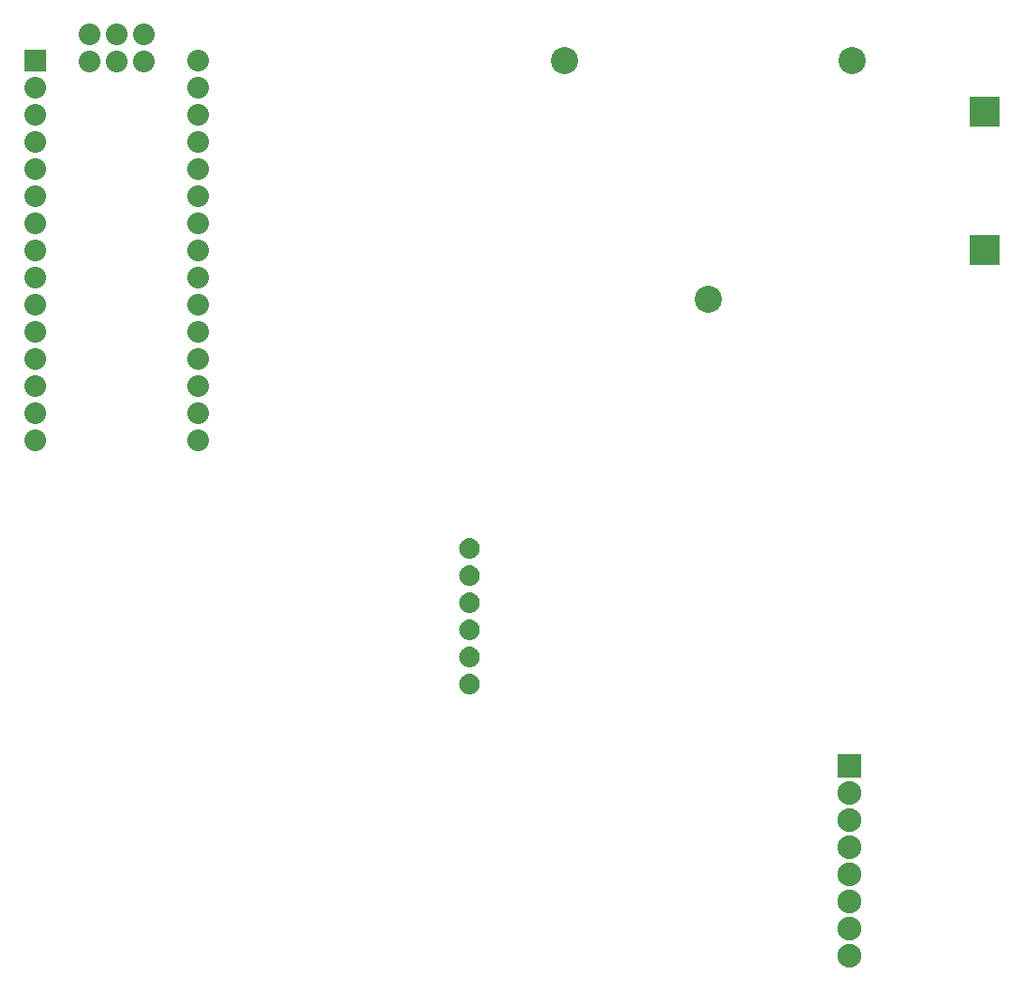
<source format=gts>
G04 MADE WITH FRITZING*
G04 WWW.FRITZING.ORG*
G04 DOUBLE SIDED*
G04 HOLES PLATED*
G04 CONTOUR ON CENTER OF CONTOUR VECTOR*
%ASAXBY*%
%FSLAX23Y23*%
%MOIN*%
%OFA0B0*%
%SFA1.0B1.0*%
%ADD10C,0.080000*%
%ADD11C,0.110000*%
%ADD12C,0.100000*%
%ADD13C,0.088000*%
%ADD14R,0.079958X0.080000*%
%ADD15R,0.088000X0.088000*%
%ADD16R,0.001000X0.001000*%
%LNMASK1*%
G90*
G70*
G54D10*
X343Y3442D03*
X343Y3342D03*
X343Y3242D03*
X343Y3142D03*
X343Y3042D03*
X343Y2942D03*
X343Y2842D03*
X343Y2742D03*
X343Y2642D03*
X343Y2542D03*
X343Y2442D03*
X343Y2342D03*
X343Y2242D03*
X343Y2142D03*
X343Y2042D03*
X943Y3442D03*
X943Y3342D03*
X943Y3242D03*
X943Y3142D03*
X943Y3042D03*
X943Y2942D03*
X943Y2842D03*
X943Y2742D03*
X943Y2642D03*
X943Y2542D03*
X943Y2442D03*
X943Y2342D03*
X943Y2242D03*
X943Y2142D03*
X943Y2042D03*
X544Y3537D03*
X544Y3437D03*
X644Y3537D03*
X644Y3437D03*
X744Y3537D03*
X744Y3437D03*
G54D11*
X3843Y3252D03*
X3843Y2742D03*
G54D12*
X2823Y2562D03*
X2293Y3442D03*
X3353Y3442D03*
G54D11*
X3843Y3252D03*
X3843Y2742D03*
G54D12*
X2823Y2562D03*
X2293Y3442D03*
X3353Y3442D03*
G54D13*
X3343Y842D03*
X3343Y742D03*
X3343Y642D03*
X3343Y542D03*
X3343Y442D03*
X3343Y342D03*
X3343Y242D03*
X3343Y142D03*
G54D14*
X343Y3442D03*
G54D15*
X3343Y842D03*
G54D16*
X3789Y3307D02*
X3897Y3307D01*
X3788Y3306D02*
X3897Y3306D01*
X3788Y3305D02*
X3897Y3305D01*
X3788Y3304D02*
X3897Y3304D01*
X3788Y3303D02*
X3897Y3303D01*
X3788Y3302D02*
X3897Y3302D01*
X3788Y3301D02*
X3897Y3301D01*
X3788Y3300D02*
X3897Y3300D01*
X3788Y3299D02*
X3897Y3299D01*
X3788Y3298D02*
X3897Y3298D01*
X3788Y3297D02*
X3897Y3297D01*
X3788Y3296D02*
X3897Y3296D01*
X3788Y3295D02*
X3897Y3295D01*
X3788Y3294D02*
X3897Y3294D01*
X3788Y3293D02*
X3897Y3293D01*
X3788Y3292D02*
X3897Y3292D01*
X3788Y3291D02*
X3897Y3291D01*
X3788Y3290D02*
X3897Y3290D01*
X3788Y3289D02*
X3897Y3289D01*
X3788Y3288D02*
X3897Y3288D01*
X3788Y3287D02*
X3842Y3287D01*
X3844Y3287D02*
X3897Y3287D01*
X3788Y3286D02*
X3834Y3286D01*
X3852Y3286D02*
X3897Y3286D01*
X3788Y3285D02*
X3831Y3285D01*
X3855Y3285D02*
X3897Y3285D01*
X3788Y3284D02*
X3828Y3284D01*
X3858Y3284D02*
X3897Y3284D01*
X3788Y3283D02*
X3826Y3283D01*
X3860Y3283D02*
X3897Y3283D01*
X3788Y3282D02*
X3824Y3282D01*
X3862Y3282D02*
X3897Y3282D01*
X3788Y3281D02*
X3823Y3281D01*
X3863Y3281D02*
X3897Y3281D01*
X3788Y3280D02*
X3821Y3280D01*
X3864Y3280D02*
X3897Y3280D01*
X3788Y3279D02*
X3820Y3279D01*
X3866Y3279D02*
X3897Y3279D01*
X3788Y3278D02*
X3819Y3278D01*
X3867Y3278D02*
X3897Y3278D01*
X3788Y3277D02*
X3818Y3277D01*
X3868Y3277D02*
X3897Y3277D01*
X3788Y3276D02*
X3817Y3276D01*
X3869Y3276D02*
X3897Y3276D01*
X3788Y3275D02*
X3816Y3275D01*
X3870Y3275D02*
X3897Y3275D01*
X3788Y3274D02*
X3815Y3274D01*
X3871Y3274D02*
X3897Y3274D01*
X3788Y3273D02*
X3814Y3273D01*
X3871Y3273D02*
X3897Y3273D01*
X3788Y3272D02*
X3814Y3272D01*
X3872Y3272D02*
X3897Y3272D01*
X3788Y3271D02*
X3813Y3271D01*
X3873Y3271D02*
X3897Y3271D01*
X3788Y3270D02*
X3812Y3270D01*
X3873Y3270D02*
X3897Y3270D01*
X3788Y3269D02*
X3812Y3269D01*
X3874Y3269D02*
X3897Y3269D01*
X3788Y3268D02*
X3811Y3268D01*
X3875Y3268D02*
X3897Y3268D01*
X3788Y3267D02*
X3811Y3267D01*
X3875Y3267D02*
X3897Y3267D01*
X3788Y3266D02*
X3810Y3266D01*
X3876Y3266D02*
X3897Y3266D01*
X3788Y3265D02*
X3810Y3265D01*
X3876Y3265D02*
X3897Y3265D01*
X3788Y3264D02*
X3809Y3264D01*
X3876Y3264D02*
X3897Y3264D01*
X3788Y3263D02*
X3809Y3263D01*
X3877Y3263D02*
X3897Y3263D01*
X3788Y3262D02*
X3809Y3262D01*
X3877Y3262D02*
X3897Y3262D01*
X3788Y3261D02*
X3809Y3261D01*
X3877Y3261D02*
X3897Y3261D01*
X3788Y3260D02*
X3808Y3260D01*
X3878Y3260D02*
X3897Y3260D01*
X3788Y3259D02*
X3808Y3259D01*
X3878Y3259D02*
X3897Y3259D01*
X3788Y3258D02*
X3808Y3258D01*
X3878Y3258D02*
X3897Y3258D01*
X3788Y3257D02*
X3808Y3257D01*
X3878Y3257D02*
X3897Y3257D01*
X3788Y3256D02*
X3808Y3256D01*
X3878Y3256D02*
X3897Y3256D01*
X3788Y3255D02*
X3808Y3255D01*
X3878Y3255D02*
X3897Y3255D01*
X3788Y3254D02*
X3808Y3254D01*
X3878Y3254D02*
X3897Y3254D01*
X3788Y3253D02*
X3807Y3253D01*
X3878Y3253D02*
X3897Y3253D01*
X3788Y3252D02*
X3807Y3252D01*
X3878Y3252D02*
X3897Y3252D01*
X3788Y3251D02*
X3807Y3251D01*
X3878Y3251D02*
X3897Y3251D01*
X3788Y3250D02*
X3808Y3250D01*
X3878Y3250D02*
X3897Y3250D01*
X3788Y3249D02*
X3808Y3249D01*
X3878Y3249D02*
X3897Y3249D01*
X3788Y3248D02*
X3808Y3248D01*
X3878Y3248D02*
X3897Y3248D01*
X3788Y3247D02*
X3808Y3247D01*
X3878Y3247D02*
X3897Y3247D01*
X3788Y3246D02*
X3808Y3246D01*
X3878Y3246D02*
X3897Y3246D01*
X3788Y3245D02*
X3808Y3245D01*
X3878Y3245D02*
X3897Y3245D01*
X3788Y3244D02*
X3808Y3244D01*
X3878Y3244D02*
X3897Y3244D01*
X3788Y3243D02*
X3809Y3243D01*
X3877Y3243D02*
X3897Y3243D01*
X3788Y3242D02*
X3809Y3242D01*
X3877Y3242D02*
X3897Y3242D01*
X3788Y3241D02*
X3809Y3241D01*
X3877Y3241D02*
X3897Y3241D01*
X3788Y3240D02*
X3809Y3240D01*
X3876Y3240D02*
X3897Y3240D01*
X3788Y3239D02*
X3810Y3239D01*
X3876Y3239D02*
X3897Y3239D01*
X3788Y3238D02*
X3810Y3238D01*
X3876Y3238D02*
X3897Y3238D01*
X3788Y3237D02*
X3811Y3237D01*
X3875Y3237D02*
X3897Y3237D01*
X3788Y3236D02*
X3811Y3236D01*
X3875Y3236D02*
X3897Y3236D01*
X3788Y3235D02*
X3812Y3235D01*
X3874Y3235D02*
X3897Y3235D01*
X3788Y3234D02*
X3812Y3234D01*
X3873Y3234D02*
X3897Y3234D01*
X3788Y3233D02*
X3813Y3233D01*
X3873Y3233D02*
X3897Y3233D01*
X3788Y3232D02*
X3814Y3232D01*
X3872Y3232D02*
X3897Y3232D01*
X3788Y3231D02*
X3814Y3231D01*
X3871Y3231D02*
X3897Y3231D01*
X3788Y3230D02*
X3815Y3230D01*
X3871Y3230D02*
X3897Y3230D01*
X3788Y3229D02*
X3816Y3229D01*
X3870Y3229D02*
X3897Y3229D01*
X3788Y3228D02*
X3817Y3228D01*
X3869Y3228D02*
X3897Y3228D01*
X3788Y3227D02*
X3818Y3227D01*
X3868Y3227D02*
X3897Y3227D01*
X3788Y3226D02*
X3819Y3226D01*
X3867Y3226D02*
X3897Y3226D01*
X3788Y3225D02*
X3820Y3225D01*
X3866Y3225D02*
X3897Y3225D01*
X3788Y3224D02*
X3821Y3224D01*
X3864Y3224D02*
X3897Y3224D01*
X3788Y3223D02*
X3823Y3223D01*
X3863Y3223D02*
X3897Y3223D01*
X3788Y3222D02*
X3824Y3222D01*
X3861Y3222D02*
X3897Y3222D01*
X3788Y3221D02*
X3826Y3221D01*
X3860Y3221D02*
X3897Y3221D01*
X3788Y3220D02*
X3828Y3220D01*
X3858Y3220D02*
X3897Y3220D01*
X3788Y3219D02*
X3831Y3219D01*
X3855Y3219D02*
X3897Y3219D01*
X3788Y3218D02*
X3834Y3218D01*
X3852Y3218D02*
X3897Y3218D01*
X3788Y3217D02*
X3897Y3217D01*
X3788Y3216D02*
X3897Y3216D01*
X3788Y3215D02*
X3897Y3215D01*
X3788Y3214D02*
X3897Y3214D01*
X3788Y3213D02*
X3897Y3213D01*
X3788Y3212D02*
X3897Y3212D01*
X3788Y3211D02*
X3897Y3211D01*
X3788Y3210D02*
X3897Y3210D01*
X3788Y3209D02*
X3897Y3209D01*
X3788Y3208D02*
X3897Y3208D01*
X3788Y3207D02*
X3897Y3207D01*
X3788Y3206D02*
X3897Y3206D01*
X3788Y3205D02*
X3897Y3205D01*
X3788Y3204D02*
X3897Y3204D01*
X3788Y3203D02*
X3897Y3203D01*
X3788Y3202D02*
X3897Y3202D01*
X3788Y3201D02*
X3897Y3201D01*
X3788Y3200D02*
X3897Y3200D01*
X3788Y3199D02*
X3897Y3199D01*
X3788Y3198D02*
X3897Y3198D01*
X3789Y2797D02*
X3897Y2797D01*
X3788Y2796D02*
X3897Y2796D01*
X3788Y2795D02*
X3897Y2795D01*
X3788Y2794D02*
X3897Y2794D01*
X3788Y2793D02*
X3897Y2793D01*
X3788Y2792D02*
X3897Y2792D01*
X3788Y2791D02*
X3897Y2791D01*
X3788Y2790D02*
X3897Y2790D01*
X3788Y2789D02*
X3897Y2789D01*
X3788Y2788D02*
X3897Y2788D01*
X3788Y2787D02*
X3897Y2787D01*
X3788Y2786D02*
X3897Y2786D01*
X3788Y2785D02*
X3897Y2785D01*
X3788Y2784D02*
X3897Y2784D01*
X3788Y2783D02*
X3897Y2783D01*
X3788Y2782D02*
X3897Y2782D01*
X3788Y2781D02*
X3897Y2781D01*
X3788Y2780D02*
X3897Y2780D01*
X3788Y2779D02*
X3897Y2779D01*
X3788Y2778D02*
X3897Y2778D01*
X3788Y2777D02*
X3842Y2777D01*
X3844Y2777D02*
X3897Y2777D01*
X3788Y2776D02*
X3834Y2776D01*
X3852Y2776D02*
X3897Y2776D01*
X3788Y2775D02*
X3831Y2775D01*
X3855Y2775D02*
X3897Y2775D01*
X3788Y2774D02*
X3828Y2774D01*
X3858Y2774D02*
X3897Y2774D01*
X3788Y2773D02*
X3826Y2773D01*
X3860Y2773D02*
X3897Y2773D01*
X3788Y2772D02*
X3824Y2772D01*
X3862Y2772D02*
X3897Y2772D01*
X3788Y2771D02*
X3823Y2771D01*
X3863Y2771D02*
X3897Y2771D01*
X3788Y2770D02*
X3821Y2770D01*
X3864Y2770D02*
X3897Y2770D01*
X3788Y2769D02*
X3820Y2769D01*
X3866Y2769D02*
X3897Y2769D01*
X3788Y2768D02*
X3819Y2768D01*
X3867Y2768D02*
X3897Y2768D01*
X3788Y2767D02*
X3818Y2767D01*
X3868Y2767D02*
X3897Y2767D01*
X3788Y2766D02*
X3817Y2766D01*
X3869Y2766D02*
X3897Y2766D01*
X3788Y2765D02*
X3816Y2765D01*
X3870Y2765D02*
X3897Y2765D01*
X3788Y2764D02*
X3815Y2764D01*
X3871Y2764D02*
X3897Y2764D01*
X3788Y2763D02*
X3814Y2763D01*
X3871Y2763D02*
X3897Y2763D01*
X3788Y2762D02*
X3814Y2762D01*
X3872Y2762D02*
X3897Y2762D01*
X3788Y2761D02*
X3813Y2761D01*
X3873Y2761D02*
X3897Y2761D01*
X3788Y2760D02*
X3812Y2760D01*
X3873Y2760D02*
X3897Y2760D01*
X3788Y2759D02*
X3812Y2759D01*
X3874Y2759D02*
X3897Y2759D01*
X3788Y2758D02*
X3811Y2758D01*
X3875Y2758D02*
X3897Y2758D01*
X3788Y2757D02*
X3811Y2757D01*
X3875Y2757D02*
X3897Y2757D01*
X3788Y2756D02*
X3810Y2756D01*
X3876Y2756D02*
X3897Y2756D01*
X3788Y2755D02*
X3810Y2755D01*
X3876Y2755D02*
X3897Y2755D01*
X3788Y2754D02*
X3809Y2754D01*
X3876Y2754D02*
X3897Y2754D01*
X3788Y2753D02*
X3809Y2753D01*
X3877Y2753D02*
X3897Y2753D01*
X3788Y2752D02*
X3809Y2752D01*
X3877Y2752D02*
X3897Y2752D01*
X3788Y2751D02*
X3809Y2751D01*
X3877Y2751D02*
X3897Y2751D01*
X3788Y2750D02*
X3808Y2750D01*
X3878Y2750D02*
X3897Y2750D01*
X3788Y2749D02*
X3808Y2749D01*
X3878Y2749D02*
X3897Y2749D01*
X3788Y2748D02*
X3808Y2748D01*
X3878Y2748D02*
X3897Y2748D01*
X3788Y2747D02*
X3808Y2747D01*
X3878Y2747D02*
X3897Y2747D01*
X3788Y2746D02*
X3808Y2746D01*
X3878Y2746D02*
X3897Y2746D01*
X3788Y2745D02*
X3808Y2745D01*
X3878Y2745D02*
X3897Y2745D01*
X3788Y2744D02*
X3808Y2744D01*
X3878Y2744D02*
X3897Y2744D01*
X3788Y2743D02*
X3807Y2743D01*
X3878Y2743D02*
X3897Y2743D01*
X3788Y2742D02*
X3807Y2742D01*
X3878Y2742D02*
X3897Y2742D01*
X3788Y2741D02*
X3807Y2741D01*
X3878Y2741D02*
X3897Y2741D01*
X3788Y2740D02*
X3808Y2740D01*
X3878Y2740D02*
X3897Y2740D01*
X3788Y2739D02*
X3808Y2739D01*
X3878Y2739D02*
X3897Y2739D01*
X3788Y2738D02*
X3808Y2738D01*
X3878Y2738D02*
X3897Y2738D01*
X3788Y2737D02*
X3808Y2737D01*
X3878Y2737D02*
X3897Y2737D01*
X3788Y2736D02*
X3808Y2736D01*
X3878Y2736D02*
X3897Y2736D01*
X3788Y2735D02*
X3808Y2735D01*
X3878Y2735D02*
X3897Y2735D01*
X3788Y2734D02*
X3808Y2734D01*
X3878Y2734D02*
X3897Y2734D01*
X3788Y2733D02*
X3809Y2733D01*
X3877Y2733D02*
X3897Y2733D01*
X3788Y2732D02*
X3809Y2732D01*
X3877Y2732D02*
X3897Y2732D01*
X3788Y2731D02*
X3809Y2731D01*
X3877Y2731D02*
X3897Y2731D01*
X3788Y2730D02*
X3809Y2730D01*
X3876Y2730D02*
X3897Y2730D01*
X3788Y2729D02*
X3810Y2729D01*
X3876Y2729D02*
X3897Y2729D01*
X3788Y2728D02*
X3810Y2728D01*
X3876Y2728D02*
X3897Y2728D01*
X3788Y2727D02*
X3811Y2727D01*
X3875Y2727D02*
X3897Y2727D01*
X3788Y2726D02*
X3811Y2726D01*
X3875Y2726D02*
X3897Y2726D01*
X3788Y2725D02*
X3812Y2725D01*
X3874Y2725D02*
X3897Y2725D01*
X3788Y2724D02*
X3812Y2724D01*
X3873Y2724D02*
X3897Y2724D01*
X3788Y2723D02*
X3813Y2723D01*
X3873Y2723D02*
X3897Y2723D01*
X3788Y2722D02*
X3814Y2722D01*
X3872Y2722D02*
X3897Y2722D01*
X3788Y2721D02*
X3814Y2721D01*
X3871Y2721D02*
X3897Y2721D01*
X3788Y2720D02*
X3815Y2720D01*
X3871Y2720D02*
X3897Y2720D01*
X3788Y2719D02*
X3816Y2719D01*
X3870Y2719D02*
X3897Y2719D01*
X3788Y2718D02*
X3817Y2718D01*
X3869Y2718D02*
X3897Y2718D01*
X3788Y2717D02*
X3818Y2717D01*
X3868Y2717D02*
X3897Y2717D01*
X3788Y2716D02*
X3819Y2716D01*
X3867Y2716D02*
X3897Y2716D01*
X3788Y2715D02*
X3820Y2715D01*
X3866Y2715D02*
X3897Y2715D01*
X3788Y2714D02*
X3821Y2714D01*
X3864Y2714D02*
X3897Y2714D01*
X3788Y2713D02*
X3823Y2713D01*
X3863Y2713D02*
X3897Y2713D01*
X3788Y2712D02*
X3824Y2712D01*
X3861Y2712D02*
X3897Y2712D01*
X3788Y2711D02*
X3826Y2711D01*
X3860Y2711D02*
X3897Y2711D01*
X3788Y2710D02*
X3828Y2710D01*
X3858Y2710D02*
X3897Y2710D01*
X3788Y2709D02*
X3831Y2709D01*
X3855Y2709D02*
X3897Y2709D01*
X3788Y2708D02*
X3834Y2708D01*
X3852Y2708D02*
X3897Y2708D01*
X3788Y2707D02*
X3897Y2707D01*
X3788Y2706D02*
X3897Y2706D01*
X3788Y2705D02*
X3897Y2705D01*
X3788Y2704D02*
X3897Y2704D01*
X3788Y2703D02*
X3897Y2703D01*
X3788Y2702D02*
X3897Y2702D01*
X3788Y2701D02*
X3897Y2701D01*
X3788Y2700D02*
X3897Y2700D01*
X3788Y2699D02*
X3897Y2699D01*
X3788Y2698D02*
X3897Y2698D01*
X3788Y2697D02*
X3897Y2697D01*
X3788Y2696D02*
X3897Y2696D01*
X3788Y2695D02*
X3897Y2695D01*
X3788Y2694D02*
X3897Y2694D01*
X3788Y2693D02*
X3897Y2693D01*
X3788Y2692D02*
X3897Y2692D01*
X3788Y2691D02*
X3897Y2691D01*
X3788Y2690D02*
X3897Y2690D01*
X3788Y2689D02*
X3897Y2689D01*
X3788Y2688D02*
X3897Y2688D01*
X1943Y1680D02*
X1943Y1680D01*
X1935Y1679D02*
X1951Y1679D01*
X1931Y1678D02*
X1954Y1678D01*
X1929Y1677D02*
X1957Y1677D01*
X1927Y1676D02*
X1959Y1676D01*
X1925Y1675D02*
X1961Y1675D01*
X1923Y1674D02*
X1963Y1674D01*
X1922Y1673D02*
X1964Y1673D01*
X1920Y1672D02*
X1966Y1672D01*
X1919Y1671D02*
X1967Y1671D01*
X1918Y1670D02*
X1968Y1670D01*
X1917Y1669D02*
X1969Y1669D01*
X1916Y1668D02*
X1970Y1668D01*
X1915Y1667D02*
X1971Y1667D01*
X1914Y1666D02*
X1972Y1666D01*
X1913Y1665D02*
X1973Y1665D01*
X1913Y1664D02*
X1973Y1664D01*
X1912Y1663D02*
X1974Y1663D01*
X1911Y1662D02*
X1975Y1662D01*
X1911Y1661D02*
X1975Y1661D01*
X1910Y1660D02*
X1976Y1660D01*
X1909Y1659D02*
X1976Y1659D01*
X1909Y1658D02*
X1977Y1658D01*
X1909Y1657D02*
X1977Y1657D01*
X1908Y1656D02*
X1978Y1656D01*
X1908Y1655D02*
X1978Y1655D01*
X1907Y1654D02*
X1978Y1654D01*
X1907Y1653D02*
X1979Y1653D01*
X1907Y1652D02*
X1979Y1652D01*
X1907Y1651D02*
X1979Y1651D01*
X1906Y1650D02*
X1979Y1650D01*
X1906Y1649D02*
X1980Y1649D01*
X1906Y1648D02*
X1980Y1648D01*
X1906Y1647D02*
X1980Y1647D01*
X1906Y1646D02*
X1980Y1646D01*
X1906Y1645D02*
X1980Y1645D01*
X1906Y1644D02*
X1980Y1644D01*
X1905Y1643D02*
X1980Y1643D01*
X1905Y1642D02*
X1980Y1642D01*
X1905Y1641D02*
X1980Y1641D01*
X1906Y1640D02*
X1980Y1640D01*
X1906Y1639D02*
X1980Y1639D01*
X1906Y1638D02*
X1980Y1638D01*
X1906Y1637D02*
X1980Y1637D01*
X1906Y1636D02*
X1980Y1636D01*
X1906Y1635D02*
X1980Y1635D01*
X1906Y1634D02*
X1979Y1634D01*
X1907Y1633D02*
X1979Y1633D01*
X1907Y1632D02*
X1979Y1632D01*
X1907Y1631D02*
X1979Y1631D01*
X1907Y1630D02*
X1978Y1630D01*
X1908Y1629D02*
X1978Y1629D01*
X1908Y1628D02*
X1978Y1628D01*
X1909Y1627D02*
X1977Y1627D01*
X1909Y1626D02*
X1977Y1626D01*
X1910Y1625D02*
X1976Y1625D01*
X1910Y1624D02*
X1976Y1624D01*
X1911Y1623D02*
X1975Y1623D01*
X1911Y1622D02*
X1975Y1622D01*
X1912Y1621D02*
X1974Y1621D01*
X1913Y1620D02*
X1973Y1620D01*
X1913Y1619D02*
X1973Y1619D01*
X1914Y1618D02*
X1972Y1618D01*
X1915Y1617D02*
X1971Y1617D01*
X1916Y1616D02*
X1970Y1616D01*
X1917Y1615D02*
X1969Y1615D01*
X1918Y1614D02*
X1968Y1614D01*
X1919Y1613D02*
X1967Y1613D01*
X1920Y1612D02*
X1966Y1612D01*
X1922Y1611D02*
X1964Y1611D01*
X1923Y1610D02*
X1963Y1610D01*
X1925Y1609D02*
X1961Y1609D01*
X1927Y1608D02*
X1959Y1608D01*
X1929Y1607D02*
X1957Y1607D01*
X1932Y1606D02*
X1954Y1606D01*
X1935Y1605D02*
X1951Y1605D01*
X1943Y1580D02*
X1943Y1580D01*
X1935Y1579D02*
X1951Y1579D01*
X1931Y1578D02*
X1954Y1578D01*
X1929Y1577D02*
X1957Y1577D01*
X1927Y1576D02*
X1959Y1576D01*
X1925Y1575D02*
X1961Y1575D01*
X1923Y1574D02*
X1963Y1574D01*
X1922Y1573D02*
X1964Y1573D01*
X1920Y1572D02*
X1966Y1572D01*
X1919Y1571D02*
X1967Y1571D01*
X1918Y1570D02*
X1968Y1570D01*
X1917Y1569D02*
X1969Y1569D01*
X1916Y1568D02*
X1970Y1568D01*
X1915Y1567D02*
X1971Y1567D01*
X1914Y1566D02*
X1972Y1566D01*
X1913Y1565D02*
X1973Y1565D01*
X1913Y1564D02*
X1973Y1564D01*
X1912Y1563D02*
X1974Y1563D01*
X1911Y1562D02*
X1975Y1562D01*
X1911Y1561D02*
X1975Y1561D01*
X1910Y1560D02*
X1976Y1560D01*
X1909Y1559D02*
X1976Y1559D01*
X1909Y1558D02*
X1977Y1558D01*
X1909Y1557D02*
X1977Y1557D01*
X1908Y1556D02*
X1978Y1556D01*
X1908Y1555D02*
X1978Y1555D01*
X1907Y1554D02*
X1978Y1554D01*
X1907Y1553D02*
X1979Y1553D01*
X1907Y1552D02*
X1979Y1552D01*
X1907Y1551D02*
X1979Y1551D01*
X1906Y1550D02*
X1979Y1550D01*
X1906Y1549D02*
X1980Y1549D01*
X1906Y1548D02*
X1980Y1548D01*
X1906Y1547D02*
X1980Y1547D01*
X1906Y1546D02*
X1980Y1546D01*
X1906Y1545D02*
X1980Y1545D01*
X1906Y1544D02*
X1980Y1544D01*
X1905Y1543D02*
X1980Y1543D01*
X1905Y1542D02*
X1980Y1542D01*
X1905Y1541D02*
X1980Y1541D01*
X1906Y1540D02*
X1980Y1540D01*
X1906Y1539D02*
X1980Y1539D01*
X1906Y1538D02*
X1980Y1538D01*
X1906Y1537D02*
X1980Y1537D01*
X1906Y1536D02*
X1980Y1536D01*
X1906Y1535D02*
X1980Y1535D01*
X1906Y1534D02*
X1979Y1534D01*
X1907Y1533D02*
X1979Y1533D01*
X1907Y1532D02*
X1979Y1532D01*
X1907Y1531D02*
X1979Y1531D01*
X1907Y1530D02*
X1978Y1530D01*
X1908Y1529D02*
X1978Y1529D01*
X1908Y1528D02*
X1978Y1528D01*
X1909Y1527D02*
X1977Y1527D01*
X1909Y1526D02*
X1977Y1526D01*
X1910Y1525D02*
X1976Y1525D01*
X1910Y1524D02*
X1976Y1524D01*
X1911Y1523D02*
X1975Y1523D01*
X1911Y1522D02*
X1975Y1522D01*
X1912Y1521D02*
X1974Y1521D01*
X1913Y1520D02*
X1973Y1520D01*
X1913Y1519D02*
X1973Y1519D01*
X1914Y1518D02*
X1972Y1518D01*
X1915Y1517D02*
X1971Y1517D01*
X1916Y1516D02*
X1970Y1516D01*
X1917Y1515D02*
X1969Y1515D01*
X1918Y1514D02*
X1968Y1514D01*
X1919Y1513D02*
X1967Y1513D01*
X1920Y1512D02*
X1966Y1512D01*
X1922Y1511D02*
X1964Y1511D01*
X1923Y1510D02*
X1963Y1510D01*
X1925Y1509D02*
X1961Y1509D01*
X1927Y1508D02*
X1959Y1508D01*
X1929Y1507D02*
X1957Y1507D01*
X1932Y1506D02*
X1954Y1506D01*
X1935Y1505D02*
X1951Y1505D01*
X1943Y1480D02*
X1943Y1480D01*
X1935Y1479D02*
X1951Y1479D01*
X1931Y1478D02*
X1955Y1478D01*
X1929Y1477D02*
X1957Y1477D01*
X1927Y1476D02*
X1959Y1476D01*
X1925Y1475D02*
X1961Y1475D01*
X1923Y1474D02*
X1963Y1474D01*
X1922Y1473D02*
X1964Y1473D01*
X1920Y1472D02*
X1966Y1472D01*
X1919Y1471D02*
X1967Y1471D01*
X1918Y1470D02*
X1968Y1470D01*
X1917Y1469D02*
X1969Y1469D01*
X1916Y1468D02*
X1970Y1468D01*
X1915Y1467D02*
X1971Y1467D01*
X1914Y1466D02*
X1972Y1466D01*
X1913Y1465D02*
X1973Y1465D01*
X1913Y1464D02*
X1973Y1464D01*
X1912Y1463D02*
X1974Y1463D01*
X1911Y1462D02*
X1975Y1462D01*
X1911Y1461D02*
X1975Y1461D01*
X1910Y1460D02*
X1976Y1460D01*
X1909Y1459D02*
X1976Y1459D01*
X1909Y1458D02*
X1977Y1458D01*
X1909Y1457D02*
X1977Y1457D01*
X1908Y1456D02*
X1978Y1456D01*
X1908Y1455D02*
X1978Y1455D01*
X1907Y1454D02*
X1978Y1454D01*
X1907Y1453D02*
X1979Y1453D01*
X1907Y1452D02*
X1979Y1452D01*
X1907Y1451D02*
X1979Y1451D01*
X1906Y1450D02*
X1980Y1450D01*
X1906Y1449D02*
X1980Y1449D01*
X1906Y1448D02*
X1980Y1448D01*
X1906Y1447D02*
X1980Y1447D01*
X1906Y1446D02*
X1980Y1446D01*
X1906Y1445D02*
X1980Y1445D01*
X1906Y1444D02*
X1980Y1444D01*
X1905Y1443D02*
X1980Y1443D01*
X1905Y1442D02*
X1980Y1442D01*
X1905Y1441D02*
X1980Y1441D01*
X1906Y1440D02*
X1980Y1440D01*
X1906Y1439D02*
X1980Y1439D01*
X1906Y1438D02*
X1980Y1438D01*
X1906Y1437D02*
X1980Y1437D01*
X1906Y1436D02*
X1980Y1436D01*
X1906Y1435D02*
X1980Y1435D01*
X1906Y1434D02*
X1979Y1434D01*
X1907Y1433D02*
X1979Y1433D01*
X1907Y1432D02*
X1979Y1432D01*
X1907Y1431D02*
X1979Y1431D01*
X1907Y1430D02*
X1978Y1430D01*
X1908Y1429D02*
X1978Y1429D01*
X1908Y1428D02*
X1978Y1428D01*
X1909Y1427D02*
X1977Y1427D01*
X1909Y1426D02*
X1977Y1426D01*
X1910Y1425D02*
X1976Y1425D01*
X1910Y1424D02*
X1976Y1424D01*
X1911Y1423D02*
X1975Y1423D01*
X1911Y1422D02*
X1975Y1422D01*
X1912Y1421D02*
X1974Y1421D01*
X1913Y1420D02*
X1973Y1420D01*
X1913Y1419D02*
X1973Y1419D01*
X1914Y1418D02*
X1972Y1418D01*
X1915Y1417D02*
X1971Y1417D01*
X1916Y1416D02*
X1970Y1416D01*
X1917Y1415D02*
X1969Y1415D01*
X1918Y1414D02*
X1968Y1414D01*
X1919Y1413D02*
X1967Y1413D01*
X1920Y1412D02*
X1966Y1412D01*
X1922Y1411D02*
X1964Y1411D01*
X1923Y1410D02*
X1963Y1410D01*
X1925Y1409D02*
X1961Y1409D01*
X1927Y1408D02*
X1959Y1408D01*
X1929Y1407D02*
X1957Y1407D01*
X1932Y1406D02*
X1954Y1406D01*
X1935Y1405D02*
X1950Y1405D01*
X1943Y1380D02*
X1943Y1380D01*
X1935Y1379D02*
X1951Y1379D01*
X1931Y1378D02*
X1954Y1378D01*
X1929Y1377D02*
X1957Y1377D01*
X1927Y1376D02*
X1959Y1376D01*
X1925Y1375D02*
X1961Y1375D01*
X1923Y1374D02*
X1963Y1374D01*
X1922Y1373D02*
X1964Y1373D01*
X1920Y1372D02*
X1966Y1372D01*
X1919Y1371D02*
X1967Y1371D01*
X1918Y1370D02*
X1968Y1370D01*
X1917Y1369D02*
X1969Y1369D01*
X1916Y1368D02*
X1970Y1368D01*
X1915Y1367D02*
X1971Y1367D01*
X1914Y1366D02*
X1972Y1366D01*
X1913Y1365D02*
X1973Y1365D01*
X1913Y1364D02*
X1973Y1364D01*
X1912Y1363D02*
X1974Y1363D01*
X1911Y1362D02*
X1975Y1362D01*
X1911Y1361D02*
X1975Y1361D01*
X1910Y1360D02*
X1976Y1360D01*
X1909Y1359D02*
X1976Y1359D01*
X1909Y1358D02*
X1977Y1358D01*
X1909Y1357D02*
X1977Y1357D01*
X1908Y1356D02*
X1978Y1356D01*
X1908Y1355D02*
X1978Y1355D01*
X1907Y1354D02*
X1978Y1354D01*
X1907Y1353D02*
X1979Y1353D01*
X1907Y1352D02*
X1979Y1352D01*
X1907Y1351D02*
X1979Y1351D01*
X1906Y1350D02*
X1979Y1350D01*
X1906Y1349D02*
X1980Y1349D01*
X1906Y1348D02*
X1980Y1348D01*
X1906Y1347D02*
X1980Y1347D01*
X1906Y1346D02*
X1980Y1346D01*
X1906Y1345D02*
X1980Y1345D01*
X1906Y1344D02*
X1980Y1344D01*
X1905Y1343D02*
X1980Y1343D01*
X1905Y1342D02*
X1980Y1342D01*
X1905Y1341D02*
X1980Y1341D01*
X1906Y1340D02*
X1980Y1340D01*
X1906Y1339D02*
X1980Y1339D01*
X1906Y1338D02*
X1980Y1338D01*
X1906Y1337D02*
X1980Y1337D01*
X1906Y1336D02*
X1980Y1336D01*
X1906Y1335D02*
X1980Y1335D01*
X1906Y1334D02*
X1979Y1334D01*
X1907Y1333D02*
X1979Y1333D01*
X1907Y1332D02*
X1979Y1332D01*
X1907Y1331D02*
X1979Y1331D01*
X1907Y1330D02*
X1978Y1330D01*
X1908Y1329D02*
X1978Y1329D01*
X1908Y1328D02*
X1978Y1328D01*
X1909Y1327D02*
X1977Y1327D01*
X1909Y1326D02*
X1977Y1326D01*
X1910Y1325D02*
X1976Y1325D01*
X1910Y1324D02*
X1976Y1324D01*
X1911Y1323D02*
X1975Y1323D01*
X1911Y1322D02*
X1975Y1322D01*
X1912Y1321D02*
X1974Y1321D01*
X1913Y1320D02*
X1973Y1320D01*
X1913Y1319D02*
X1973Y1319D01*
X1914Y1318D02*
X1972Y1318D01*
X1915Y1317D02*
X1971Y1317D01*
X1916Y1316D02*
X1970Y1316D01*
X1917Y1315D02*
X1969Y1315D01*
X1918Y1314D02*
X1968Y1314D01*
X1919Y1313D02*
X1967Y1313D01*
X1920Y1312D02*
X1966Y1312D01*
X1922Y1311D02*
X1964Y1311D01*
X1923Y1310D02*
X1963Y1310D01*
X1925Y1309D02*
X1961Y1309D01*
X1927Y1308D02*
X1959Y1308D01*
X1929Y1307D02*
X1957Y1307D01*
X1932Y1306D02*
X1954Y1306D01*
X1935Y1305D02*
X1951Y1305D01*
X1943Y1280D02*
X1943Y1280D01*
X1935Y1279D02*
X1951Y1279D01*
X1931Y1278D02*
X1954Y1278D01*
X1929Y1277D02*
X1957Y1277D01*
X1927Y1276D02*
X1959Y1276D01*
X1925Y1275D02*
X1961Y1275D01*
X1923Y1274D02*
X1963Y1274D01*
X1922Y1273D02*
X1964Y1273D01*
X1920Y1272D02*
X1966Y1272D01*
X1919Y1271D02*
X1967Y1271D01*
X1918Y1270D02*
X1968Y1270D01*
X1917Y1269D02*
X1969Y1269D01*
X1916Y1268D02*
X1970Y1268D01*
X1915Y1267D02*
X1971Y1267D01*
X1914Y1266D02*
X1972Y1266D01*
X1913Y1265D02*
X1973Y1265D01*
X1913Y1264D02*
X1973Y1264D01*
X1912Y1263D02*
X1974Y1263D01*
X1911Y1262D02*
X1975Y1262D01*
X1911Y1261D02*
X1975Y1261D01*
X1910Y1260D02*
X1976Y1260D01*
X1910Y1259D02*
X1976Y1259D01*
X1909Y1258D02*
X1977Y1258D01*
X1909Y1257D02*
X1977Y1257D01*
X1908Y1256D02*
X1978Y1256D01*
X1908Y1255D02*
X1978Y1255D01*
X1907Y1254D02*
X1978Y1254D01*
X1907Y1253D02*
X1979Y1253D01*
X1907Y1252D02*
X1979Y1252D01*
X1907Y1251D02*
X1979Y1251D01*
X1906Y1250D02*
X1979Y1250D01*
X1906Y1249D02*
X1980Y1249D01*
X1906Y1248D02*
X1980Y1248D01*
X1906Y1247D02*
X1980Y1247D01*
X1906Y1246D02*
X1980Y1246D01*
X1906Y1245D02*
X1980Y1245D01*
X1906Y1244D02*
X1980Y1244D01*
X1905Y1243D02*
X1980Y1243D01*
X1905Y1242D02*
X1980Y1242D01*
X1905Y1241D02*
X1980Y1241D01*
X1906Y1240D02*
X1980Y1240D01*
X1906Y1239D02*
X1980Y1239D01*
X1906Y1238D02*
X1980Y1238D01*
X1906Y1237D02*
X1980Y1237D01*
X1906Y1236D02*
X1980Y1236D01*
X1906Y1235D02*
X1980Y1235D01*
X1906Y1234D02*
X1979Y1234D01*
X1907Y1233D02*
X1979Y1233D01*
X1907Y1232D02*
X1979Y1232D01*
X1907Y1231D02*
X1979Y1231D01*
X1907Y1230D02*
X1978Y1230D01*
X1908Y1229D02*
X1978Y1229D01*
X1908Y1228D02*
X1978Y1228D01*
X1909Y1227D02*
X1977Y1227D01*
X1909Y1226D02*
X1977Y1226D01*
X1910Y1225D02*
X1976Y1225D01*
X1910Y1224D02*
X1976Y1224D01*
X1911Y1223D02*
X1975Y1223D01*
X1911Y1222D02*
X1975Y1222D01*
X1912Y1221D02*
X1974Y1221D01*
X1913Y1220D02*
X1973Y1220D01*
X1913Y1219D02*
X1973Y1219D01*
X1914Y1218D02*
X1972Y1218D01*
X1915Y1217D02*
X1971Y1217D01*
X1916Y1216D02*
X1970Y1216D01*
X1917Y1215D02*
X1969Y1215D01*
X1918Y1214D02*
X1968Y1214D01*
X1919Y1213D02*
X1967Y1213D01*
X1920Y1212D02*
X1966Y1212D01*
X1922Y1211D02*
X1964Y1211D01*
X1923Y1210D02*
X1963Y1210D01*
X1925Y1209D02*
X1961Y1209D01*
X1927Y1208D02*
X1959Y1208D01*
X1929Y1207D02*
X1957Y1207D01*
X1932Y1206D02*
X1954Y1206D01*
X1935Y1205D02*
X1951Y1205D01*
X1943Y1180D02*
X1943Y1180D01*
X1935Y1179D02*
X1951Y1179D01*
X1931Y1178D02*
X1955Y1178D01*
X1929Y1177D02*
X1957Y1177D01*
X1927Y1176D02*
X1959Y1176D01*
X1925Y1175D02*
X1961Y1175D01*
X1923Y1174D02*
X1963Y1174D01*
X1922Y1173D02*
X1964Y1173D01*
X1920Y1172D02*
X1966Y1172D01*
X1919Y1171D02*
X1967Y1171D01*
X1918Y1170D02*
X1968Y1170D01*
X1917Y1169D02*
X1969Y1169D01*
X1916Y1168D02*
X1970Y1168D01*
X1915Y1167D02*
X1971Y1167D01*
X1914Y1166D02*
X1972Y1166D01*
X1913Y1165D02*
X1973Y1165D01*
X1913Y1164D02*
X1973Y1164D01*
X1912Y1163D02*
X1974Y1163D01*
X1911Y1162D02*
X1975Y1162D01*
X1911Y1161D02*
X1975Y1161D01*
X1910Y1160D02*
X1976Y1160D01*
X1910Y1159D02*
X1976Y1159D01*
X1909Y1158D02*
X1977Y1158D01*
X1909Y1157D02*
X1977Y1157D01*
X1908Y1156D02*
X1978Y1156D01*
X1908Y1155D02*
X1978Y1155D01*
X1907Y1154D02*
X1978Y1154D01*
X1907Y1153D02*
X1979Y1153D01*
X1907Y1152D02*
X1979Y1152D01*
X1907Y1151D02*
X1979Y1151D01*
X1906Y1150D02*
X1980Y1150D01*
X1906Y1149D02*
X1980Y1149D01*
X1906Y1148D02*
X1980Y1148D01*
X1906Y1147D02*
X1980Y1147D01*
X1906Y1146D02*
X1980Y1146D01*
X1906Y1145D02*
X1980Y1145D01*
X1906Y1144D02*
X1980Y1144D01*
X1905Y1143D02*
X1980Y1143D01*
X1905Y1142D02*
X1980Y1142D01*
X1905Y1141D02*
X1980Y1141D01*
X1906Y1140D02*
X1980Y1140D01*
X1906Y1139D02*
X1980Y1139D01*
X1906Y1138D02*
X1980Y1138D01*
X1906Y1137D02*
X1980Y1137D01*
X1906Y1136D02*
X1980Y1136D01*
X1906Y1135D02*
X1980Y1135D01*
X1906Y1134D02*
X1979Y1134D01*
X1907Y1133D02*
X1979Y1133D01*
X1907Y1132D02*
X1979Y1132D01*
X1907Y1131D02*
X1979Y1131D01*
X1907Y1130D02*
X1978Y1130D01*
X1908Y1129D02*
X1978Y1129D01*
X1908Y1128D02*
X1978Y1128D01*
X1909Y1127D02*
X1977Y1127D01*
X1909Y1126D02*
X1977Y1126D01*
X1910Y1125D02*
X1976Y1125D01*
X1910Y1124D02*
X1976Y1124D01*
X1911Y1123D02*
X1975Y1123D01*
X1911Y1122D02*
X1975Y1122D01*
X1912Y1121D02*
X1974Y1121D01*
X1913Y1120D02*
X1973Y1120D01*
X1913Y1119D02*
X1973Y1119D01*
X1914Y1118D02*
X1972Y1118D01*
X1915Y1117D02*
X1971Y1117D01*
X1916Y1116D02*
X1970Y1116D01*
X1917Y1115D02*
X1969Y1115D01*
X1918Y1114D02*
X1968Y1114D01*
X1919Y1113D02*
X1967Y1113D01*
X1920Y1112D02*
X1966Y1112D01*
X1922Y1111D02*
X1964Y1111D01*
X1923Y1110D02*
X1963Y1110D01*
X1925Y1109D02*
X1961Y1109D01*
X1927Y1108D02*
X1959Y1108D01*
X1929Y1107D02*
X1957Y1107D01*
X1932Y1106D02*
X1954Y1106D01*
X1935Y1105D02*
X1951Y1105D01*
D02*
G04 End of Mask1*
M02*
</source>
